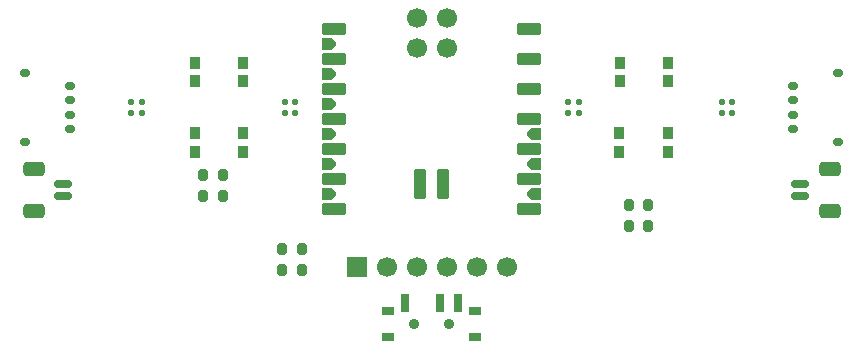
<source format=gts>
%TF.GenerationSoftware,KiCad,Pcbnew,9.0.6*%
%TF.CreationDate,2025-12-30T17:46:59+00:00*%
%TF.ProjectId,cat-ears-controller,6361742d-6561-4727-932d-636f6e74726f,rev?*%
%TF.SameCoordinates,Original*%
%TF.FileFunction,Soldermask,Top*%
%TF.FilePolarity,Negative*%
%FSLAX46Y46*%
G04 Gerber Fmt 4.6, Leading zero omitted, Abs format (unit mm)*
G04 Created by KiCad (PCBNEW 9.0.6) date 2025-12-30 17:46:59*
%MOMM*%
%LPD*%
G01*
G04 APERTURE LIST*
G04 Aperture macros list*
%AMRoundRect*
0 Rectangle with rounded corners*
0 $1 Rounding radius*
0 $2 $3 $4 $5 $6 $7 $8 $9 X,Y pos of 4 corners*
0 Add a 4 corners polygon primitive as box body*
4,1,4,$2,$3,$4,$5,$6,$7,$8,$9,$2,$3,0*
0 Add four circle primitives for the rounded corners*
1,1,$1+$1,$2,$3*
1,1,$1+$1,$4,$5*
1,1,$1+$1,$6,$7*
1,1,$1+$1,$8,$9*
0 Add four rect primitives between the rounded corners*
20,1,$1+$1,$2,$3,$4,$5,0*
20,1,$1+$1,$4,$5,$6,$7,0*
20,1,$1+$1,$6,$7,$8,$9,0*
20,1,$1+$1,$8,$9,$2,$3,0*%
%AMFreePoly0*
4,1,15,-0.616000,0.142500,-0.283500,0.475000,0.521000,0.475000,0.557355,0.467769,0.588175,0.447175,0.608769,0.416355,0.616000,0.380000,0.616000,-0.380000,0.608769,-0.416355,0.588175,-0.447175,0.557355,-0.467769,0.521000,-0.475000,-0.283500,-0.475000,-0.616000,-0.142500,-0.616000,0.142500,-0.616000,0.142500,$1*%
G04 Aperture macros list end*
%ADD10RoundRect,0.200000X0.200000X0.275000X-0.200000X0.275000X-0.200000X-0.275000X0.200000X-0.275000X0*%
%ADD11RoundRect,0.150000X0.625000X-0.150000X0.625000X0.150000X-0.625000X0.150000X-0.625000X-0.150000X0*%
%ADD12RoundRect,0.250000X0.650000X-0.350000X0.650000X0.350000X-0.650000X0.350000X-0.650000X-0.350000X0*%
%ADD13RoundRect,0.125000X0.125000X-0.125000X0.125000X0.125000X-0.125000X0.125000X-0.125000X-0.125000X0*%
%ADD14R,0.900000X1.000000*%
%ADD15RoundRect,0.200000X-0.200000X-0.275000X0.200000X-0.275000X0.200000X0.275000X-0.200000X0.275000X0*%
%ADD16R,1.700000X1.700000*%
%ADD17C,1.700000*%
%ADD18RoundRect,0.095000X0.921000X0.380000X-0.921000X0.380000X-0.921000X-0.380000X0.921000X-0.380000X0*%
%ADD19RoundRect,0.095000X-0.921000X-0.380000X0.921000X-0.380000X0.921000X0.380000X-0.921000X0.380000X0*%
%ADD20FreePoly0,180.000000*%
%ADD21FreePoly0,0.000000*%
%ADD22RoundRect,0.110000X-0.440000X1.140000X-0.440000X-1.140000X0.440000X-1.140000X0.440000X1.140000X0*%
%ADD23RoundRect,0.150000X0.275000X-0.150000X0.275000X0.150000X-0.275000X0.150000X-0.275000X-0.150000X0*%
%ADD24RoundRect,0.175000X0.225000X-0.175000X0.225000X0.175000X-0.225000X0.175000X-0.225000X-0.175000X0*%
%ADD25RoundRect,0.150000X-0.625000X0.150000X-0.625000X-0.150000X0.625000X-0.150000X0.625000X0.150000X0*%
%ADD26RoundRect,0.250000X-0.650000X0.350000X-0.650000X-0.350000X0.650000X-0.350000X0.650000X0.350000X0*%
%ADD27R,1.000000X0.800000*%
%ADD28C,0.900000*%
%ADD29R,0.700000X1.500000*%
%ADD30RoundRect,0.150000X-0.275000X0.150000X-0.275000X-0.150000X0.275000X-0.150000X0.275000X0.150000X0*%
%ADD31RoundRect,0.175000X-0.225000X0.175000X-0.225000X-0.175000X0.225000X-0.175000X0.225000X0.175000X0*%
G04 APERTURE END LIST*
D10*
%TO.C,R2*%
X82325000Y-57500000D03*
X80675000Y-57500000D03*
%TD*%
%TO.C,R4*%
X118325000Y-60000000D03*
X116675000Y-60000000D03*
%TD*%
D11*
%TO.C,J5*%
X68825000Y-57500000D03*
X68825000Y-56500000D03*
D12*
X66300000Y-58800000D03*
X66300000Y-55200000D03*
%TD*%
D13*
%TO.C,D2*%
X111550000Y-50450000D03*
X112450000Y-50450000D03*
X112450000Y-49550000D03*
X111550000Y-49550000D03*
%TD*%
D14*
%TO.C,SW2*%
X79950000Y-46200000D03*
X84050000Y-46200000D03*
X79950000Y-47800000D03*
X84050000Y-47800000D03*
%TD*%
D15*
%TO.C,R5*%
X87375000Y-62000000D03*
X89025000Y-62000000D03*
%TD*%
%TO.C,R3*%
X116675000Y-58250000D03*
X118325000Y-58250000D03*
%TD*%
D14*
%TO.C,SW4*%
X115950000Y-46200000D03*
X120050000Y-46200000D03*
X115950000Y-47800000D03*
X120050000Y-47800000D03*
%TD*%
D15*
%TO.C,R6*%
X87350000Y-63800000D03*
X89000000Y-63800000D03*
%TD*%
D13*
%TO.C,D4*%
X74550000Y-50450000D03*
X75450000Y-50450000D03*
X75450000Y-49550000D03*
X74550000Y-49550000D03*
%TD*%
D16*
%TO.C,J4*%
X93675000Y-63475000D03*
D17*
X96215000Y-63475000D03*
X98755000Y-63475000D03*
X101295000Y-63475000D03*
X103835000Y-63475000D03*
X106375000Y-63475000D03*
%TD*%
D14*
%TO.C,SW5*%
X115900000Y-52200000D03*
X120000000Y-52200000D03*
X115900000Y-53800000D03*
X120000000Y-53800000D03*
%TD*%
D18*
%TO.C,U1*%
X91745000Y-43380000D03*
X91745000Y-45920000D03*
X91745000Y-48460000D03*
X91745000Y-51000000D03*
X91745000Y-53540000D03*
X91745000Y-56080000D03*
X91745000Y-58620000D03*
D19*
X108255000Y-58620000D03*
X108255000Y-56080000D03*
X108255000Y-53540000D03*
X108255000Y-51000000D03*
X108255000Y-48460000D03*
X108255000Y-45920000D03*
X108255000Y-43380000D03*
D20*
X91345000Y-44650000D03*
X91345000Y-47190000D03*
X91345000Y-49730000D03*
X91345000Y-52270000D03*
X91345000Y-54810000D03*
X91345000Y-57350000D03*
D21*
X108655000Y-57350000D03*
X108655000Y-54810000D03*
X108655000Y-52270000D03*
D17*
X98730000Y-42427500D03*
X101270000Y-42427500D03*
X98730000Y-44967500D03*
X101270000Y-44967500D03*
D22*
X99006012Y-56517823D03*
X101006012Y-56517823D03*
%TD*%
D13*
%TO.C,D1*%
X124550000Y-50450000D03*
X125450000Y-50450000D03*
X125450000Y-49550000D03*
X124550000Y-49550000D03*
%TD*%
%TO.C,D3*%
X87550000Y-50450000D03*
X88450000Y-50450000D03*
X88450000Y-49550000D03*
X87550000Y-49550000D03*
%TD*%
D14*
%TO.C,SW3*%
X79950000Y-52200000D03*
X84050000Y-52200000D03*
X79950000Y-53800000D03*
X84050000Y-53800000D03*
%TD*%
D23*
%TO.C,J2*%
X130625000Y-51800000D03*
X130625000Y-50600000D03*
X130625000Y-49400000D03*
X130625000Y-48200000D03*
D24*
X134400000Y-52950000D03*
X134400000Y-47050000D03*
%TD*%
D25*
%TO.C,J3*%
X131175000Y-56500000D03*
X131175000Y-57500000D03*
D26*
X133700000Y-55200000D03*
X133700000Y-58800000D03*
%TD*%
D15*
%TO.C,R1*%
X80675000Y-55750000D03*
X82325000Y-55750000D03*
%TD*%
D27*
%TO.C,SW1*%
X96350000Y-67220000D03*
X96350000Y-69430000D03*
D28*
X98500000Y-68330000D03*
X101500000Y-68330000D03*
D27*
X103650000Y-67220000D03*
X103650000Y-69430000D03*
D29*
X97750000Y-66570000D03*
X100750000Y-66570000D03*
X102250000Y-66570000D03*
%TD*%
D30*
%TO.C,J1*%
X69375000Y-48200000D03*
X69375000Y-49400000D03*
X69375000Y-50600000D03*
X69375000Y-51800000D03*
D31*
X65600000Y-47050000D03*
X65600000Y-52950000D03*
%TD*%
M02*

</source>
